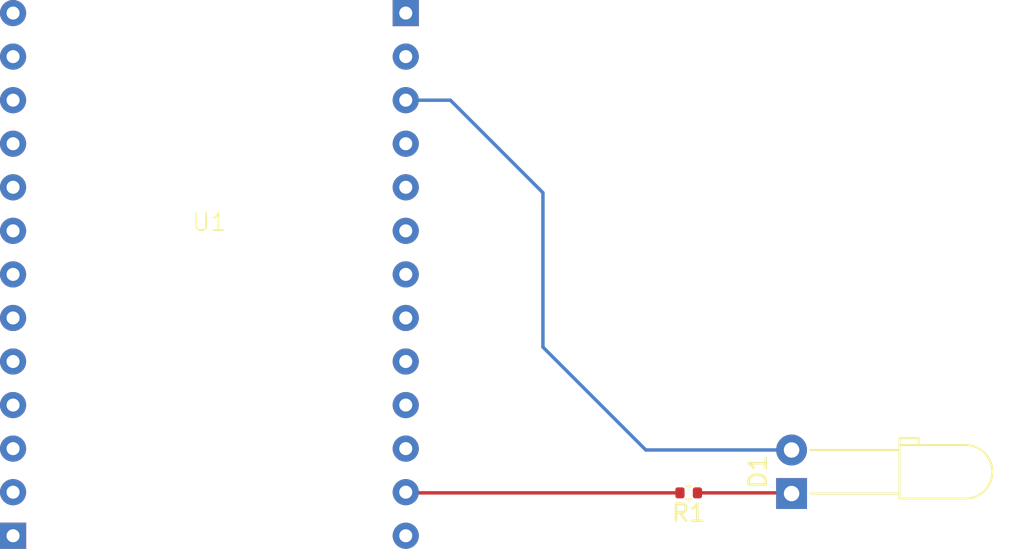
<source format=kicad_pcb>
(kicad_pcb (version 20240108) (generator "pcbnew") (generator_version "8.0")
  (layers (0 "F.Cu" signal) (31 "B.Cu" signal) (34 "B.Paste" user) (35 "F.Paste" user) (36 "B.SilkS" user "B.Silkscreen") (37 "F.SilkS" user "F.Silkscreen") (38 "B.Mask" user) (39 "F.Mask" user) (44 "Edge.Cuts" user))
  (net 0 "")
  (net 1 "Net-(D1-A)")
  (net 2 "Net-(D1-K)")
  (net 3 "Net-(R1-Pad2)")
  (footprint "Resistor_SMD:R_0402_1005Metric" (layer "F.Cu") (at 93.5 81 180)
    (property "Reference" "R1" (at 0 -1.17 360) (layer "F.SilkS"))
    (property "Value" "R")
    (fp_line (start -0.153641 0.38) (end 0.153641 0.38) (stroke (width 0.12)) (layer "F.SilkS"))
    (fp_line (start -0.153641 -0.38) (end 0.153641 -0.38) (stroke (width 0.12)) (layer "F.SilkS"))
    (pad "1" smd roundrect (at -0.51 0 180) (size 0.54 0.64) (layers "F.Cu" "F.Paste" "F.Mask") (net 2 "Net-(D1-K)"))
    (pad "2" smd roundrect (at 0.51 0 180) (size 0.54 0.64) (layers "F.Cu" "F.Paste" "F.Mask") (net 3 "Net-(R1-Pad2)"))
  )
  (footprint "LED_Cube_Periph:ESP32-C3" (layer "F.Cu") (at 65.55 65.72)
    (property "Reference" "U1" (at 0 -0.5 0) (layer "F.SilkS") (effects (font (thickness 0.1))))
    (property "Value" "~")
    (pad "E0" thru_hole circle (at -11.45 -12.7) (size 1.524 1.524) (drill 0.762) (layers "*.Cu" "*.Mask"))
    (pad "E1" thru_hole circle (at -11.45 -10.16) (size 1.524 1.524) (drill 0.762) (layers "*.Cu" "*.Mask"))
    (pad "E2" thru_hole circle (at -11.45 2.54) (size 1.524 1.524) (drill 0.762) (layers "*.Cu" "*.Mask"))
    (pad "E3" thru_hole circle (at -11.45 15.24) (size 1.524 1.524) (drill 0.762) (layers "*.Cu" "*.Mask"))
    (pad "E4" thru_hole rect (at -11.45 17.78) (size 1.524 1.524) (drill 0.762) (layers "*.Cu" "*.Mask"))
    (pad "E5" thru_hole circle (at 11.45 15.24) (size 1.524 1.524) (drill 0.762) (layers "*.Cu" "*.Mask") (net 3 "Net-(R1-Pad2)"))
    (pad "E6" thru_hole circle (at 11.45 17.78) (size 1.524 1.524) (drill 0.762) (layers "*.Cu" "*.Mask"))
    (pad "N1" thru_hole circle (at -11.45 -7.62) (size 1.524 1.524) (drill 0.762) (layers "*.Cu" "*.Mask"))
    (pad "N2" thru_hole circle (at -11.45 0) (size 1.524 1.524) (drill 0.762) (layers "*.Cu" "*.Mask"))
    (pad "N3" thru_hole circle (at -11.45 5.08) (size 1.524 1.524) (drill 0.762) (layers "*.Cu" "*.Mask"))
    (pad "N4" thru_hole circle (at -11.45 7.62) (size 1.524 1.524) (drill 0.762) (layers "*.Cu" "*.Mask"))
    (pad "P0" thru_hole circle (at -11.45 10.16) (size 1.524 1.524) (drill 0.762) (layers "*.Cu" "*.Mask"))
    (pad "P1" thru_hole circle (at -11.45 12.7) (size 1.524 1.524) (drill 0.762) (layers "*.Cu" "*.Mask"))
    (pad "P2" thru_hole circle (at -11.45 -5.08) (size 1.524 1.524) (drill 0.762) (layers "*.Cu" "*.Mask"))
    (pad "P3" thru_hole circle (at -11.45 -2.54) (size 1.524 1.524) (drill 0.762) (layers "*.Cu" "*.Mask"))
    (pad "P4" thru_hole circle (at 11.45 10.16) (size 1.524 1.524) (drill 0.762) (layers "*.Cu" "*.Mask"))
    (pad "P5" thru_hole circle (at 11.45 7.62) (size 1.524 1.524) (drill 0.762) (layers "*.Cu" "*.Mask"))
    (pad "P6" thru_hole circle (at 11.45 5.08) (size 1.524 1.524) (drill 0.762) (layers "*.Cu" "*.Mask"))
    (pad "P7" thru_hole circle (at 11.45 2.54) (size 1.524 1.524) (drill 0.762) (layers "*.Cu" "*.Mask"))
    (pad "P8" thru_hole circle (at 11.45 0) (size 1.524 1.524) (drill 0.762) (layers "*.Cu" "*.Mask"))
    (pad "P9" thru_hole circle (at 11.45 -2.54) (size 1.524 1.524) (drill 0.762) (layers "*.Cu" "*.Mask"))
    (pad "P10" thru_hole circle (at 11.45 12.7) (size 1.524 1.524) (drill 0.762) (layers "*.Cu" "*.Mask"))
    (pad "P18" thru_hole circle (at 11.45 -5.08) (size 1.524 1.524) (drill 0.762) (layers "*.Cu" "*.Mask"))
    (pad "P19" thru_hole circle (at 11.45 -7.62) (size 1.524 1.524) (drill 0.762) (layers "*.Cu" "*.Mask") (net 1 "Net-(D1-A)"))
    (pad "P20" thru_hole circle (at 11.45 -10.16) (size 1.524 1.524) (drill 0.762) (layers "*.Cu" "*.Mask"))
    (pad "P21" thru_hole rect (at 11.45 -12.7) (size 1.524 1.524) (drill 0.762) (layers "*.Cu" "*.Mask"))
  )
  (footprint "LED_THT:LED_D3.0mm_Horizontal_O6.35mm_Z10.0mm" (layer "F.Cu") (at 99.5 81.04 90)
    (property "Reference" "D1" (at 1.27 -1.96 90) (layer "F.SilkS"))
    (property "Value" "LED")
    (fp_line (start 2.54 1.08) (end 2.54 1.08) (stroke (width 0.12)) (layer "F.SilkS"))
    (fp_line (start 2.54 1.08) (end 2.54 6.29) (stroke (width 0.12)) (layer "F.SilkS"))
    (fp_line (start 0 1.08) (end 0 1.08) (stroke (width 0.12)) (layer "F.SilkS"))
    (fp_line (start 0 1.08) (end 0 6.29) (stroke (width 0.12)) (layer "F.SilkS"))
    (fp_line (start 3.23 6.29) (end 3.23 7.41) (stroke (width 0.12)) (layer "F.SilkS"))
    (fp_line (start 2.83 6.29) (end 3.23 6.29) (stroke (width 0.12)) (layer "F.SilkS"))
    (fp_line (start 2.83 6.29) (end 2.83 10.15) (stroke (width 0.12)) (layer "F.SilkS"))
    (fp_line (start 2.54 6.29) (end 2.54 1.08) (stroke (width 0.12)) (layer "F.SilkS"))
    (fp_line (start 2.54 6.29) (end 2.54 6.29) (stroke (width 0.12)) (layer "F.SilkS"))
    (fp_line (start 0 6.29) (end 0 1.08) (stroke (width 0.12)) (layer "F.SilkS"))
    (fp_line (start 0 6.29) (end 0 6.29) (stroke (width 0.12)) (layer "F.SilkS"))
    (fp_line (start -0.29 6.29) (end 2.83 6.29) (stroke (width 0.12)) (layer "F.SilkS"))
    (fp_line (start -0.29 6.29) (end -0.29 10.15) (stroke (width 0.12)) (layer "F.SilkS"))
    (fp_line (start 3.23 7.41) (end 2.83 7.41) (stroke (width 0.12)) (layer "F.SilkS"))
    (fp_line (start 2.83 7.41) (end 2.83 6.29) (stroke (width 0.12)) (layer "F.SilkS"))
    (fp_arc (start 2.83 10.15) (mid 1.27 11.71) (end -0.29 10.15) (stroke (width 0.12)) (layer "F.SilkS"))
    (pad "1" thru_hole rect (at 0 0 90) (size 1.8 1.8) (drill 0.9) (layers "*.Cu" "*.Mask") (net 2 "Net-(D1-K)"))
    (pad "2" thru_hole circle (at 2.54 0 90) (size 1.8 1.8) (drill 0.9) (layers "*.Cu" "*.Mask") (net 1 "Net-(D1-A)"))
  )
  (segment (start 85 72.5) (end 85 63.5) (width 0.2) (layer "B.Cu") (net 1))
  (segment (start 79.6 58.1) (end 77 58.1) (width 0.2) (layer "B.Cu") (net 1))
  (segment (start 99.5 78.5) (end 91 78.5) (width 0.2) (layer "B.Cu") (net 1))
  (segment (start 91 78.5) (end 85 72.5) (width 0.2) (layer "B.Cu") (net 1))
  (segment (start 85 63.5) (end 79.6 58.1) (width 0.2) (layer "B.Cu") (net 1))
  (segment (start 99.46 81) (end 99.5 81.04) (width 0.2) (layer "F.Cu") (net 2))
  (segment (start 94.01 81) (end 99.46 81) (width 0.2) (layer "F.Cu") (net 2))
  (segment (start 77.04 81) (end 77 80.96) (width 0.2) (layer "F.Cu") (net 3))
  (segment (start 92.99 81) (end 77.04 81) (width 0.2) (layer "F.Cu") (net 3))
)
</source>
